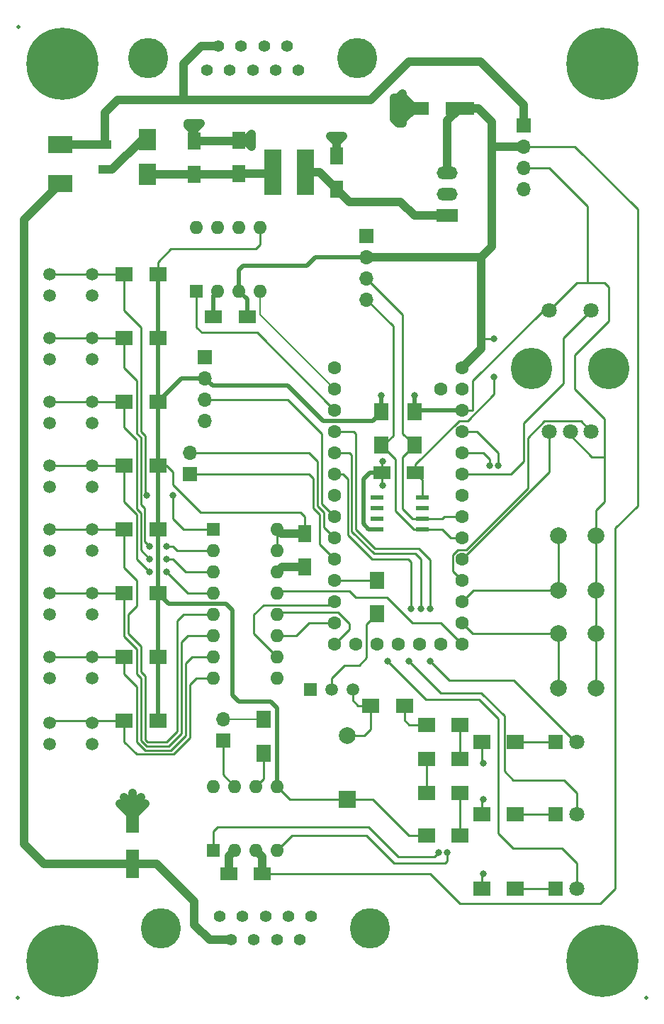
<source format=gbr>
G04 #@! TF.GenerationSoftware,KiCad,Pcbnew,(5.1.9)-1*
G04 #@! TF.CreationDate,2021-01-23T22:17:01+01:00*
G04 #@! TF.ProjectId,SNModule,534e4d6f-6475-46c6-952e-6b696361645f,rev?*
G04 #@! TF.SameCoordinates,Original*
G04 #@! TF.FileFunction,Copper,L1,Top*
G04 #@! TF.FilePolarity,Positive*
%FSLAX46Y46*%
G04 Gerber Fmt 4.6, Leading zero omitted, Abs format (unit mm)*
G04 Created by KiCad (PCBNEW (5.1.9)-1) date 2021-01-23 22:17:01*
%MOMM*%
%LPD*%
G01*
G04 APERTURE LIST*
G04 #@! TA.AperFunction,SMDPad,CuDef*
%ADD10R,1.600000X3.500000*%
G04 #@! TD*
G04 #@! TA.AperFunction,ComponentPad*
%ADD11C,1.500000*%
G04 #@! TD*
G04 #@! TA.AperFunction,ComponentPad*
%ADD12C,1.600000*%
G04 #@! TD*
G04 #@! TA.AperFunction,SMDPad,CuDef*
%ADD13R,1.700000X2.000000*%
G04 #@! TD*
G04 #@! TA.AperFunction,SMDPad,CuDef*
%ADD14C,0.500000*%
G04 #@! TD*
G04 #@! TA.AperFunction,ComponentPad*
%ADD15C,4.800000*%
G04 #@! TD*
G04 #@! TA.AperFunction,ComponentPad*
%ADD16C,1.400000*%
G04 #@! TD*
G04 #@! TA.AperFunction,ComponentPad*
%ADD17C,4.952000*%
G04 #@! TD*
G04 #@! TA.AperFunction,ComponentPad*
%ADD18C,1.800000*%
G04 #@! TD*
G04 #@! TA.AperFunction,ComponentPad*
%ADD19R,1.700000X1.700000*%
G04 #@! TD*
G04 #@! TA.AperFunction,ComponentPad*
%ADD20O,1.700000X1.700000*%
G04 #@! TD*
G04 #@! TA.AperFunction,SMDPad,CuDef*
%ADD21R,2.150000X5.500000*%
G04 #@! TD*
G04 #@! TA.AperFunction,SMDPad,CuDef*
%ADD22R,2.000000X1.700000*%
G04 #@! TD*
G04 #@! TA.AperFunction,SMDPad,CuDef*
%ADD23R,1.550000X0.600000*%
G04 #@! TD*
G04 #@! TA.AperFunction,ComponentPad*
%ADD24R,1.600000X1.600000*%
G04 #@! TD*
G04 #@! TA.AperFunction,ComponentPad*
%ADD25O,1.600000X1.600000*%
G04 #@! TD*
G04 #@! TA.AperFunction,ComponentPad*
%ADD26R,2.500000X1.500000*%
G04 #@! TD*
G04 #@! TA.AperFunction,ComponentPad*
%ADD27O,2.500000X1.500000*%
G04 #@! TD*
G04 #@! TA.AperFunction,ComponentPad*
%ADD28C,2.000000*%
G04 #@! TD*
G04 #@! TA.AperFunction,SMDPad,CuDef*
%ADD29R,2.030000X2.650000*%
G04 #@! TD*
G04 #@! TA.AperFunction,ComponentPad*
%ADD30R,1.800000X1.800000*%
G04 #@! TD*
G04 #@! TA.AperFunction,SMDPad,CuDef*
%ADD31R,1.600000X2.000000*%
G04 #@! TD*
G04 #@! TA.AperFunction,ComponentPad*
%ADD32C,0.900000*%
G04 #@! TD*
G04 #@! TA.AperFunction,ComponentPad*
%ADD33C,8.600000*%
G04 #@! TD*
G04 #@! TA.AperFunction,SMDPad,CuDef*
%ADD34R,1.600000X1.000000*%
G04 #@! TD*
G04 #@! TA.AperFunction,SMDPad,CuDef*
%ADD35R,3.000000X2.000000*%
G04 #@! TD*
G04 #@! TA.AperFunction,ComponentPad*
%ADD36R,2.000000X2.000000*%
G04 #@! TD*
G04 #@! TA.AperFunction,SMDPad,CuDef*
%ADD37R,3.500000X1.600000*%
G04 #@! TD*
G04 #@! TA.AperFunction,SMDPad,CuDef*
%ADD38R,2.000000X1.600000*%
G04 #@! TD*
G04 #@! TA.AperFunction,ComponentPad*
%ADD39R,1.520000X1.520000*%
G04 #@! TD*
G04 #@! TA.AperFunction,ComponentPad*
%ADD40C,1.520000*%
G04 #@! TD*
G04 #@! TA.AperFunction,ViaPad*
%ADD41C,0.800000*%
G04 #@! TD*
G04 #@! TA.AperFunction,Conductor*
%ADD42C,1.000000*%
G04 #@! TD*
G04 #@! TA.AperFunction,Conductor*
%ADD43C,0.500000*%
G04 #@! TD*
G04 #@! TA.AperFunction,Conductor*
%ADD44C,0.250000*%
G04 #@! TD*
G04 #@! TA.AperFunction,Conductor*
%ADD45C,0.200000*%
G04 #@! TD*
G04 APERTURE END LIST*
D10*
X41656000Y-139004000D03*
X41656000Y-133604000D03*
D11*
X36830000Y-124714000D03*
X31750000Y-124714000D03*
X36830000Y-122174000D03*
X31750000Y-122174000D03*
X36830000Y-71120000D03*
X31750000Y-71120000D03*
X36830000Y-68580000D03*
X31750000Y-68580000D03*
X36830000Y-93980000D03*
X31750000Y-93980000D03*
X36830000Y-91440000D03*
X31750000Y-91440000D03*
X36830000Y-86360000D03*
X31750000Y-86360000D03*
X36830000Y-83820000D03*
X31750000Y-83820000D03*
D12*
X65786000Y-79756000D03*
X65786000Y-82296000D03*
X65786000Y-84836000D03*
X65786000Y-87376000D03*
X65786000Y-89916000D03*
X65786000Y-92456000D03*
X65786000Y-94996000D03*
X65786000Y-97536000D03*
X65786000Y-100076000D03*
X65786000Y-102616000D03*
X65786000Y-105156000D03*
X65786000Y-107696000D03*
X65786000Y-110236000D03*
X78486000Y-82296000D03*
X81026000Y-79756000D03*
X81026000Y-82296000D03*
X81026000Y-84836000D03*
X81026000Y-87376000D03*
X81026000Y-89916000D03*
X81026000Y-92456000D03*
X81026000Y-94996000D03*
X81026000Y-97536000D03*
X81026000Y-100076000D03*
X81026000Y-102616000D03*
X81026000Y-105156000D03*
X81026000Y-107696000D03*
X81026000Y-110236000D03*
X65786000Y-112776000D03*
X68326000Y-112776000D03*
X70866000Y-112776000D03*
X81026000Y-112776000D03*
X78486000Y-112776000D03*
X75946000Y-112776000D03*
X73406000Y-112776000D03*
D13*
X70866000Y-109156000D03*
X70866000Y-105156000D03*
D14*
X103000000Y-155000000D03*
X27940000Y-155000000D03*
X28000000Y-39000000D03*
D15*
X45017000Y-146708000D03*
X70007000Y-146708000D03*
D16*
X53402000Y-148128000D03*
X56142000Y-148128000D03*
X58882000Y-148128000D03*
X61622000Y-148128000D03*
X52032000Y-145288000D03*
X54772000Y-145288000D03*
X57512000Y-145288000D03*
X60252000Y-145288000D03*
X62992000Y-145288000D03*
D17*
X98540000Y-79876000D03*
X89340000Y-79876000D03*
D18*
X96440000Y-72876000D03*
X91440000Y-72876000D03*
X93940000Y-87376000D03*
X96440000Y-87376000D03*
X91440000Y-87376000D03*
D19*
X88392000Y-50800000D03*
D20*
X88392000Y-53340000D03*
X88392000Y-55880000D03*
X88392000Y-58420000D03*
D15*
X43493000Y-42776000D03*
X68483000Y-42776000D03*
D16*
X51878000Y-41356000D03*
X54618000Y-41356000D03*
X57358000Y-41356000D03*
X60098000Y-41356000D03*
X50508000Y-44196000D03*
X53248000Y-44196000D03*
X55988000Y-44196000D03*
X58728000Y-44196000D03*
X61468000Y-44196000D03*
D21*
X62270000Y-56388000D03*
X58420000Y-56388000D03*
D22*
X87376000Y-141986000D03*
X83376000Y-141986000D03*
X87376000Y-133096000D03*
X83376000Y-133096000D03*
X87376000Y-124460000D03*
X83376000Y-124460000D03*
X44640000Y-121920000D03*
X40640000Y-121920000D03*
X44640000Y-114300000D03*
X40640000Y-114300000D03*
X44640000Y-106680000D03*
X40640000Y-106680000D03*
X44640000Y-99060000D03*
X40640000Y-99060000D03*
X44640000Y-91440000D03*
X40640000Y-91440000D03*
X44640000Y-83820000D03*
X40640000Y-83820000D03*
X44640000Y-76200000D03*
X40640000Y-76200000D03*
X44640000Y-68580000D03*
X40640000Y-68580000D03*
D13*
X75311000Y-85027000D03*
X75311000Y-89027000D03*
X71374000Y-85027000D03*
X71374000Y-89027000D03*
D11*
X36830000Y-109220000D03*
X31750000Y-109220000D03*
X36830000Y-106680000D03*
X31750000Y-106680000D03*
X36830000Y-116840000D03*
X31750000Y-116840000D03*
X36830000Y-114300000D03*
X31750000Y-114300000D03*
X36830000Y-78740000D03*
X31750000Y-78740000D03*
X36830000Y-76200000D03*
X31750000Y-76200000D03*
X36830000Y-101600000D03*
X31750000Y-101600000D03*
X36830000Y-99060000D03*
X31750000Y-99060000D03*
D13*
X57277000Y-121793000D03*
X57277000Y-125793000D03*
D19*
X52451000Y-124333000D03*
D20*
X52451000Y-121793000D03*
D23*
X70833000Y-95250000D03*
X70833000Y-96520000D03*
X70833000Y-97790000D03*
X70833000Y-99060000D03*
X76233000Y-99060000D03*
X76233000Y-97790000D03*
X76233000Y-96520000D03*
X76233000Y-95250000D03*
D24*
X51308000Y-137414000D03*
D25*
X58928000Y-129794000D03*
X53848000Y-137414000D03*
X56388000Y-129794000D03*
X56388000Y-137414000D03*
X53848000Y-129794000D03*
X58928000Y-137414000D03*
X51308000Y-129794000D03*
D24*
X49276000Y-70612000D03*
D25*
X56896000Y-62992000D03*
X51816000Y-70612000D03*
X54356000Y-62992000D03*
X54356000Y-70612000D03*
X51816000Y-62992000D03*
X56896000Y-70612000D03*
X49276000Y-62992000D03*
D26*
X79248000Y-61595000D03*
D27*
X79248000Y-59055000D03*
X79248000Y-56515000D03*
D24*
X51308000Y-99060000D03*
D25*
X58928000Y-116840000D03*
X51308000Y-101600000D03*
X58928000Y-114300000D03*
X51308000Y-104140000D03*
X58928000Y-111760000D03*
X51308000Y-106680000D03*
X58928000Y-109220000D03*
X51308000Y-109220000D03*
X58928000Y-106680000D03*
X51308000Y-111760000D03*
X58928000Y-104140000D03*
X51308000Y-114300000D03*
X58928000Y-101600000D03*
X51308000Y-116840000D03*
X58928000Y-99060000D03*
D28*
X92528000Y-99822000D03*
X97028000Y-99822000D03*
X92528000Y-106322000D03*
X97028000Y-106322000D03*
X92528000Y-111506000D03*
X97028000Y-111506000D03*
X92528000Y-118006000D03*
X97028000Y-118006000D03*
D19*
X48514000Y-92456000D03*
D20*
X48514000Y-89916000D03*
D19*
X69596000Y-64008000D03*
D20*
X69596000Y-66548000D03*
X69596000Y-69088000D03*
X69596000Y-71628000D03*
D19*
X50292000Y-78486000D03*
D20*
X50292000Y-81026000D03*
X50292000Y-83566000D03*
X50292000Y-86106000D03*
D29*
X43434000Y-56642000D03*
X43434000Y-52462000D03*
D30*
X92202000Y-141986000D03*
D18*
X94742000Y-141986000D03*
D30*
X92202000Y-133096000D03*
D18*
X94742000Y-133096000D03*
D30*
X92202000Y-124460000D03*
D18*
X94742000Y-124460000D03*
D31*
X66040000Y-58420000D03*
X66040000Y-54420000D03*
X49022000Y-56642000D03*
X49022000Y-52642000D03*
X54356000Y-56578000D03*
X54356000Y-52578000D03*
D32*
X100070419Y-41153581D03*
X97790000Y-40209000D03*
X95509581Y-41153581D03*
X94565000Y-43434000D03*
X95509581Y-45714419D03*
X97790000Y-46659000D03*
X100070419Y-45714419D03*
X101015000Y-43434000D03*
D33*
X97790000Y-43434000D03*
X33274000Y-43434000D03*
D32*
X36499000Y-43434000D03*
X35554419Y-45714419D03*
X33274000Y-46659000D03*
X30993581Y-45714419D03*
X30049000Y-43434000D03*
X30993581Y-41153581D03*
X33274000Y-40209000D03*
X35554419Y-41153581D03*
X35554419Y-148341581D03*
X33274000Y-147397000D03*
X30993581Y-148341581D03*
X30049000Y-150622000D03*
X30993581Y-152902419D03*
X33274000Y-153847000D03*
X35554419Y-152902419D03*
X36499000Y-150622000D03*
D33*
X33274000Y-150622000D03*
X97790000Y-150622000D03*
D32*
X101015000Y-150622000D03*
X100070419Y-152902419D03*
X97790000Y-153847000D03*
X95509581Y-152902419D03*
X94565000Y-150622000D03*
X95509581Y-148341581D03*
X97790000Y-147397000D03*
X100070419Y-148341581D03*
D34*
X38354000Y-53086000D03*
X38354000Y-56086000D03*
D35*
X33020000Y-53086000D03*
X33020000Y-57736000D03*
D28*
X67310000Y-123718000D03*
D36*
X67310000Y-131318000D03*
D37*
X75310000Y-48768000D03*
X80710000Y-48768000D03*
D31*
X62230000Y-103568000D03*
X62230000Y-99568000D03*
D38*
X75438000Y-92329000D03*
X71438000Y-92329000D03*
X53150000Y-140208000D03*
X57150000Y-140208000D03*
X55308000Y-73660000D03*
X51308000Y-73660000D03*
D39*
X62865000Y-118237000D03*
D40*
X67945000Y-118237000D03*
X65405000Y-118237000D03*
D22*
X76772000Y-126492000D03*
X80772000Y-126492000D03*
X76772000Y-130556000D03*
X80772000Y-130556000D03*
X76772000Y-122428000D03*
X80772000Y-122428000D03*
X80740000Y-135636000D03*
X76740000Y-135636000D03*
X74104000Y-120142000D03*
X70104000Y-120142000D03*
D41*
X55880000Y-51816000D03*
X55880000Y-53340000D03*
X49784000Y-50546000D03*
X48260000Y-50546000D03*
X65278000Y-52070000D03*
X66802000Y-52070000D03*
X71501000Y-93853000D03*
X71501000Y-90932000D03*
X73914000Y-46990000D03*
X72898000Y-47498000D03*
X72898000Y-48768000D03*
X72898000Y-50038000D03*
X73914000Y-50546000D03*
X83566000Y-127000000D03*
X83566000Y-131318000D03*
X83566000Y-140208000D03*
X42672000Y-131064000D03*
X40640000Y-131064000D03*
X43180000Y-131826000D03*
X40132000Y-131826000D03*
X41656000Y-130556000D03*
X77216000Y-114808000D03*
X77216000Y-108585000D03*
X74676000Y-114808000D03*
X76073000Y-108585000D03*
X72136000Y-114808000D03*
X74930000Y-108585000D03*
X84836000Y-80899000D03*
X84836000Y-76327000D03*
X75311000Y-83058000D03*
X71374000Y-83058000D03*
X85344000Y-91440000D03*
X79248000Y-137668000D03*
X84328000Y-91440000D03*
X78232000Y-137668000D03*
X43339010Y-94996000D03*
X46482000Y-94996000D03*
X43688000Y-101092000D03*
X45720000Y-101092000D03*
X43688000Y-102616000D03*
X45720000Y-102616000D03*
X43688000Y-104140000D03*
X45720000Y-104140000D03*
D42*
X54292000Y-56642000D02*
X54356000Y-56578000D01*
X49022000Y-56642000D02*
X54292000Y-56642000D01*
X43434000Y-56642000D02*
X49022000Y-56642000D01*
X58230000Y-56578000D02*
X58420000Y-56388000D01*
X54356000Y-56578000D02*
X58230000Y-56578000D01*
X49022000Y-52642000D02*
X49022000Y-51562000D01*
X48260000Y-50800000D02*
X48260000Y-50546000D01*
X49022000Y-51562000D02*
X48260000Y-50800000D01*
X49022000Y-51308000D02*
X49784000Y-50546000D01*
X49022000Y-52642000D02*
X49022000Y-51308000D01*
X48260000Y-50546000D02*
X49784000Y-50546000D01*
X55880000Y-51816000D02*
X55880000Y-53340000D01*
X65278000Y-52070000D02*
X66802000Y-52070000D01*
X55880000Y-53340000D02*
X55118000Y-52578000D01*
X55880000Y-51816000D02*
X55118000Y-52578000D01*
X65278000Y-52070000D02*
X66040000Y-52832000D01*
X66802000Y-52070000D02*
X66040000Y-52832000D01*
X66040000Y-52832000D02*
X66040000Y-53912000D01*
D43*
X51308000Y-71120000D02*
X51816000Y-70612000D01*
X51308000Y-73660000D02*
X51308000Y-71120000D01*
X70833000Y-99060000D02*
X69850000Y-99060000D01*
X69850000Y-99060000D02*
X69215000Y-98425000D01*
X69215000Y-98425000D02*
X69215000Y-93091000D01*
X69977000Y-92329000D02*
X71438000Y-92329000D01*
X69215000Y-93091000D02*
X69342000Y-92964000D01*
X61658000Y-104140000D02*
X62230000Y-103568000D01*
X69342000Y-92964000D02*
X69977000Y-92329000D01*
D44*
X71438000Y-93790000D02*
X71501000Y-93853000D01*
X71438000Y-92329000D02*
X71438000Y-93790000D01*
X71438000Y-90995000D02*
X71501000Y-90932000D01*
X71438000Y-92329000D02*
X71438000Y-90995000D01*
D42*
X75310000Y-48768000D02*
X72898000Y-48768000D01*
X74168000Y-48768000D02*
X72898000Y-47498000D01*
X74168000Y-48768000D02*
X72898000Y-50038000D01*
X75310000Y-48768000D02*
X74168000Y-48768000D01*
X73914000Y-47372000D02*
X75310000Y-48768000D01*
X73914000Y-46990000D02*
X73914000Y-47372000D01*
X73914000Y-50164000D02*
X75310000Y-48768000D01*
X73914000Y-50546000D02*
X73914000Y-50164000D01*
X73406000Y-50546000D02*
X72898000Y-50038000D01*
X73914000Y-50546000D02*
X73406000Y-50546000D01*
X72898000Y-50038000D02*
X72898000Y-47498000D01*
X73406000Y-47498000D02*
X73914000Y-46990000D01*
X72898000Y-47498000D02*
X73406000Y-47498000D01*
X54292000Y-52642000D02*
X54356000Y-52578000D01*
X49022000Y-52642000D02*
X54292000Y-52642000D01*
D44*
X83376000Y-126810000D02*
X83566000Y-127000000D01*
X83376000Y-124460000D02*
X83376000Y-126810000D01*
X83376000Y-131508000D02*
X83566000Y-131318000D01*
X83376000Y-133096000D02*
X83376000Y-131508000D01*
X83376000Y-140398000D02*
X83566000Y-140208000D01*
X83376000Y-141986000D02*
X83376000Y-140398000D01*
D42*
X53150000Y-138112000D02*
X53848000Y-137414000D01*
X53150000Y-140208000D02*
X53150000Y-138112000D01*
X59500000Y-103568000D02*
X58928000Y-104140000D01*
X62230000Y-103568000D02*
X59500000Y-103568000D01*
X41656000Y-132080000D02*
X42672000Y-131064000D01*
X41656000Y-133604000D02*
X41656000Y-132080000D01*
X41656000Y-132080000D02*
X40640000Y-131064000D01*
X41656000Y-133604000D02*
X41656000Y-133344000D01*
X41656000Y-133604000D02*
X41604000Y-133604000D01*
X41656000Y-133350000D02*
X43180000Y-131826000D01*
X41656000Y-133604000D02*
X41656000Y-133350000D01*
X41656000Y-133350000D02*
X40132000Y-131826000D01*
X41656000Y-133604000D02*
X41656000Y-130556000D01*
X64008000Y-56388000D02*
X66040000Y-58420000D01*
X62270000Y-56388000D02*
X64008000Y-56388000D01*
X66040000Y-58420000D02*
X67564000Y-59944000D01*
X67564000Y-59944000D02*
X73660000Y-59944000D01*
X75311000Y-61595000D02*
X79248000Y-61595000D01*
X73660000Y-59944000D02*
X75311000Y-61595000D01*
X51878000Y-41356000D02*
X49830000Y-41356000D01*
X47752000Y-43434000D02*
X47752000Y-47752000D01*
X49830000Y-41356000D02*
X47752000Y-43434000D01*
X33020000Y-53086000D02*
X38354000Y-53086000D01*
X38354000Y-53086000D02*
X38354000Y-49276000D01*
X39878000Y-47752000D02*
X47752000Y-47752000D01*
X38354000Y-49276000D02*
X39878000Y-47752000D01*
X70104000Y-47752000D02*
X47752000Y-47752000D01*
X74676000Y-43180000D02*
X70104000Y-47752000D01*
X83185000Y-43180000D02*
X74676000Y-43180000D01*
X88392000Y-48387000D02*
X83185000Y-43180000D01*
X88392000Y-50800000D02*
X88392000Y-48387000D01*
D45*
X56896000Y-73406000D02*
X56896000Y-70612000D01*
X65786000Y-82296000D02*
X56896000Y-73406000D01*
D44*
X49276000Y-70612000D02*
X49276000Y-74930000D01*
X49276000Y-74930000D02*
X49911000Y-75565000D01*
X56515000Y-75565000D02*
X65786000Y-84836000D01*
X49911000Y-75565000D02*
X56515000Y-75565000D01*
X77216000Y-102743000D02*
X77216000Y-108585000D01*
X70612000Y-101346000D02*
X75819000Y-101346000D01*
X68326000Y-99060000D02*
X70612000Y-101346000D01*
X68326000Y-87630000D02*
X68326000Y-99060000D01*
X75819000Y-101346000D02*
X77216000Y-102743000D01*
X68072000Y-87376000D02*
X68326000Y-87630000D01*
X65786000Y-87376000D02*
X68072000Y-87376000D01*
X94587002Y-124460000D02*
X94742000Y-124460000D01*
X87221002Y-117094000D02*
X94587002Y-124460000D01*
X79502000Y-117094000D02*
X87221002Y-117094000D01*
X77216000Y-114808000D02*
X79502000Y-117094000D01*
X76073000Y-102616000D02*
X76073000Y-108585000D01*
X75438000Y-101981000D02*
X76073000Y-102616000D01*
X67818000Y-99314000D02*
X70485000Y-101981000D01*
X67818000Y-90170000D02*
X67818000Y-99314000D01*
X67564000Y-89916000D02*
X67818000Y-90170000D01*
X70485000Y-101981000D02*
X75438000Y-101981000D01*
X65786000Y-89916000D02*
X67564000Y-89916000D01*
X93218000Y-129032000D02*
X94742000Y-130556000D01*
X87122000Y-129032000D02*
X93218000Y-129032000D01*
X86050999Y-127960999D02*
X87122000Y-129032000D01*
X83312000Y-118618000D02*
X86050999Y-121356999D01*
X94742000Y-130556000D02*
X94742000Y-133096000D01*
X78486000Y-118618000D02*
X83312000Y-118618000D01*
X86050999Y-121356999D02*
X86050999Y-127960999D01*
X74676000Y-114808000D02*
X78486000Y-118618000D01*
X66802000Y-92456000D02*
X65786000Y-92456000D01*
X67367990Y-93021990D02*
X66802000Y-92456000D01*
X67367990Y-99752990D02*
X67367990Y-93021990D01*
X70231000Y-102616000D02*
X67367990Y-99752990D01*
X74549000Y-102616000D02*
X70231000Y-102616000D01*
X74930000Y-102997000D02*
X74549000Y-102616000D01*
X74930000Y-108585000D02*
X74930000Y-102997000D01*
X94742000Y-138938000D02*
X94742000Y-141986000D01*
X87122000Y-137160000D02*
X92964000Y-137160000D01*
X92964000Y-137160000D02*
X94742000Y-138938000D01*
X85344000Y-135382000D02*
X87122000Y-137160000D01*
X85344000Y-121666000D02*
X85344000Y-135382000D01*
X83058000Y-119380000D02*
X85344000Y-121666000D01*
X76708000Y-119380000D02*
X83058000Y-119380000D01*
X72136000Y-114808000D02*
X76708000Y-119380000D01*
X88392000Y-90932000D02*
X86868000Y-92456000D01*
X91948000Y-82804000D02*
X88392000Y-86360000D01*
X86868000Y-92456000D02*
X81026000Y-92456000D01*
X88392000Y-86360000D02*
X88392000Y-90932000D01*
X96440000Y-72876000D02*
X93116000Y-76200000D01*
X93116000Y-81636000D02*
X91948000Y-82804000D01*
X93116000Y-76200000D02*
X93116000Y-81636000D01*
X65786000Y-97536000D02*
X64262000Y-96012000D01*
X64262000Y-96012000D02*
X64262000Y-87630000D01*
X64262000Y-87630000D02*
X60198000Y-83566000D01*
X60198000Y-83566000D02*
X50292000Y-83566000D01*
X65786000Y-100076000D02*
X64516000Y-98806000D01*
X64516000Y-98806000D02*
X64516000Y-97028000D01*
X64516000Y-97028000D02*
X63754000Y-96266000D01*
X63754000Y-96266000D02*
X63754000Y-90932000D01*
X62738000Y-89916000D02*
X48514000Y-89916000D01*
X63754000Y-90932000D02*
X62738000Y-89916000D01*
X65786000Y-102616000D02*
X64008000Y-100838000D01*
X64008000Y-100838000D02*
X64008000Y-97282000D01*
X64008000Y-97282000D02*
X63246000Y-96520000D01*
X63246000Y-96520000D02*
X63246000Y-92964000D01*
X62738000Y-92456000D02*
X48514000Y-92456000D01*
X63246000Y-92964000D02*
X62738000Y-92456000D01*
X65786000Y-105156000D02*
X70866000Y-105156000D01*
X65387001Y-108094999D02*
X57259001Y-108094999D01*
X65786000Y-107696000D02*
X65387001Y-108094999D01*
X57259001Y-108094999D02*
X56134000Y-109220000D01*
X56134000Y-111506000D02*
X58928000Y-114300000D01*
X56134000Y-109220000D02*
X56134000Y-111506000D01*
X65786000Y-110236000D02*
X62738000Y-110236000D01*
X61214000Y-111760000D02*
X58928000Y-111760000D01*
X62738000Y-110236000D02*
X61214000Y-111760000D01*
D42*
X84582000Y-53340000D02*
X88392000Y-53340000D01*
X69596000Y-66548000D02*
X83312000Y-66548000D01*
X84582000Y-65278000D02*
X84582000Y-53340000D01*
X83312000Y-66548000D02*
X84582000Y-65278000D01*
X83312000Y-77470000D02*
X81026000Y-79756000D01*
D43*
X69596000Y-66548000D02*
X63500000Y-66548000D01*
X63500000Y-66548000D02*
X62484000Y-67564000D01*
X54356000Y-70612000D02*
X54356000Y-68072000D01*
X54864000Y-67564000D02*
X62484000Y-67564000D01*
X54356000Y-68072000D02*
X54864000Y-67564000D01*
X55308000Y-71564000D02*
X54356000Y-70612000D01*
X55308000Y-73660000D02*
X55308000Y-71564000D01*
D44*
X76233000Y-93124000D02*
X75438000Y-92329000D01*
X76233000Y-95250000D02*
X76233000Y-93124000D01*
X75438000Y-92329000D02*
X75438000Y-91948000D01*
X75438000Y-91298998D02*
X80630998Y-86106000D01*
X75438000Y-91948000D02*
X75438000Y-91298998D01*
X81662410Y-86106000D02*
X84836000Y-82932410D01*
X80630998Y-86106000D02*
X81662410Y-86106000D01*
X84836000Y-82932410D02*
X84836000Y-80899000D01*
X84836000Y-76327000D02*
X83312000Y-76327000D01*
D42*
X83312000Y-76327000D02*
X83312000Y-77470000D01*
X83312000Y-66548000D02*
X83312000Y-76327000D01*
X80710000Y-48768000D02*
X82931000Y-48768000D01*
X84582000Y-50419000D02*
X84582000Y-53340000D01*
X82931000Y-48768000D02*
X84582000Y-50419000D01*
X79248000Y-50230000D02*
X80710000Y-48768000D01*
X79248000Y-56515000D02*
X79248000Y-50230000D01*
D44*
X99314000Y-141986000D02*
X97536000Y-143764000D01*
X99314000Y-98933000D02*
X99314000Y-141986000D01*
X80772000Y-143764000D02*
X77216000Y-140208000D01*
X97536000Y-143764000D02*
X80772000Y-143764000D01*
X101981000Y-96266000D02*
X99314000Y-98933000D01*
X101981000Y-60833000D02*
X101981000Y-96266000D01*
X77216000Y-140208000D02*
X57150000Y-140208000D01*
X94488000Y-53340000D02*
X101981000Y-60833000D01*
X88392000Y-53340000D02*
X94488000Y-53340000D01*
D42*
X57150000Y-138176000D02*
X56388000Y-137414000D01*
X57150000Y-140208000D02*
X57150000Y-138176000D01*
D44*
X97028000Y-118006000D02*
X97028000Y-111506000D01*
X97028000Y-111506000D02*
X97028000Y-106322000D01*
X97028000Y-106322000D02*
X97028000Y-99822000D01*
X88392000Y-55880000D02*
X91440000Y-55880000D01*
X91440000Y-55880000D02*
X96012000Y-60452000D01*
X81026000Y-84836000D02*
X82296000Y-84836000D01*
X82296000Y-84836000D02*
X82296000Y-81280000D01*
X90700000Y-72876000D02*
X91440000Y-72876000D01*
X82296000Y-81280000D02*
X90700000Y-72876000D01*
X96012000Y-60452000D02*
X96012000Y-66040000D01*
X98044000Y-85852000D02*
X98044000Y-89408000D01*
X94488000Y-82296000D02*
X98044000Y-85852000D01*
X98552000Y-74168000D02*
X94488000Y-78232000D01*
X98552000Y-70104000D02*
X98552000Y-74168000D01*
X94488000Y-78232000D02*
X94488000Y-82296000D01*
X96012000Y-66040000D02*
X96012000Y-67564000D01*
X97028000Y-90424000D02*
X96520000Y-90424000D01*
X93940000Y-87844000D02*
X93940000Y-87376000D01*
X96520000Y-90424000D02*
X93940000Y-87844000D01*
X94350000Y-69966000D02*
X91440000Y-72876000D01*
X94720000Y-69596000D02*
X94350000Y-69966000D01*
X96012000Y-69596000D02*
X94720000Y-69596000D01*
X96012000Y-66040000D02*
X96012000Y-69596000D01*
X98044000Y-69596000D02*
X98552000Y-70104000D01*
X96012000Y-69596000D02*
X98044000Y-69596000D01*
X97028000Y-90424000D02*
X98044000Y-90424000D01*
X98044000Y-89408000D02*
X98044000Y-90424000D01*
X97028000Y-97536000D02*
X97028000Y-99822000D01*
X97028000Y-96774000D02*
X97028000Y-97536000D01*
X98044000Y-95758000D02*
X97028000Y-96774000D01*
X98044000Y-90424000D02*
X98044000Y-95758000D01*
D43*
X75502000Y-84836000D02*
X75311000Y-85027000D01*
X81026000Y-84836000D02*
X75502000Y-84836000D01*
X70314999Y-86086001D02*
X64369001Y-86086001D01*
X71374000Y-85027000D02*
X70314999Y-86086001D01*
X64369001Y-86086001D02*
X60198000Y-81915000D01*
X51181000Y-81915000D02*
X50292000Y-81026000D01*
X60198000Y-81915000D02*
X51181000Y-81915000D01*
X75311000Y-85027000D02*
X75311000Y-83058000D01*
X71374000Y-83058000D02*
X71374000Y-85027000D01*
X61722000Y-99060000D02*
X62230000Y-99568000D01*
D44*
X58928000Y-99060000D02*
X58928000Y-101600000D01*
D43*
X44640000Y-68580000D02*
X44640000Y-76200000D01*
X44640000Y-76200000D02*
X44640000Y-83820000D01*
X44640000Y-91440000D02*
X44640000Y-99060000D01*
X44640000Y-99060000D02*
X44640000Y-106680000D01*
X44640000Y-106680000D02*
X44640000Y-114300000D01*
X44640000Y-114300000D02*
X44640000Y-121920000D01*
X47434000Y-81026000D02*
X44640000Y-83820000D01*
X50292000Y-81026000D02*
X47434000Y-81026000D01*
D44*
X56896000Y-65024000D02*
X56896000Y-62992000D01*
X56388000Y-65532000D02*
X56896000Y-65024000D01*
X46228000Y-65532000D02*
X56388000Y-65532000D01*
X44640000Y-67120000D02*
X46228000Y-65532000D01*
X44640000Y-68580000D02*
X44640000Y-67120000D01*
D43*
X44640000Y-83820000D02*
X44640000Y-91440000D01*
D44*
X61722000Y-97028000D02*
X62230000Y-97536000D01*
X49784000Y-97028000D02*
X61722000Y-97028000D01*
X46482000Y-93726000D02*
X49784000Y-97028000D01*
X46482000Y-92202000D02*
X46482000Y-93726000D01*
X45720000Y-91440000D02*
X46482000Y-92202000D01*
X44640000Y-91440000D02*
X45720000Y-91440000D01*
X62230000Y-97536000D02*
X62230000Y-99568000D01*
D42*
X59436000Y-99568000D02*
X58928000Y-99060000D01*
X62230000Y-99568000D02*
X59436000Y-99568000D01*
D44*
X76740000Y-135636000D02*
X74676000Y-135636000D01*
X70358000Y-131318000D02*
X67310000Y-131318000D01*
X74676000Y-135636000D02*
X70358000Y-131318000D01*
X60452000Y-131318000D02*
X58928000Y-129794000D01*
X67310000Y-131318000D02*
X60452000Y-131318000D01*
D43*
X58928000Y-120396000D02*
X58928000Y-129794000D01*
X54356000Y-119634000D02*
X58166000Y-119634000D01*
X58166000Y-119634000D02*
X58928000Y-120396000D01*
X53594000Y-118872000D02*
X54356000Y-119634000D01*
X53594000Y-108751998D02*
X53594000Y-118872000D01*
X52812001Y-107969999D02*
X53594000Y-108751998D01*
X45929999Y-107969999D02*
X52812001Y-107969999D01*
X44640000Y-106680000D02*
X45929999Y-107969999D01*
D44*
X81026000Y-87376000D02*
X82804000Y-87376000D01*
X85344000Y-89916000D02*
X82804000Y-87376000D01*
X85344000Y-91440000D02*
X85344000Y-89916000D01*
X60706000Y-135636000D02*
X58928000Y-137414000D01*
X69596000Y-135636000D02*
X60706000Y-135636000D01*
X72898000Y-138938000D02*
X69596000Y-135636000D01*
X78994000Y-138938000D02*
X72898000Y-138938000D01*
X79248000Y-138684000D02*
X78994000Y-138938000D01*
X79248000Y-137668000D02*
X79248000Y-138684000D01*
X84328000Y-91440000D02*
X84328000Y-90678000D01*
X83566000Y-89916000D02*
X81026000Y-89916000D01*
X84328000Y-90678000D02*
X83566000Y-89916000D01*
X77724000Y-138176000D02*
X78232000Y-137668000D01*
X73406000Y-138176000D02*
X77724000Y-138176000D01*
X69850000Y-134620000D02*
X73406000Y-138176000D01*
X51816000Y-134620000D02*
X69850000Y-134620000D01*
X51308000Y-135128000D02*
X51816000Y-134620000D01*
X51308000Y-137414000D02*
X51308000Y-135128000D01*
X78867000Y-97536000D02*
X81026000Y-97536000D01*
X78613000Y-97790000D02*
X78867000Y-97536000D01*
X76233000Y-97790000D02*
X78613000Y-97790000D01*
X76233000Y-97790000D02*
X75057000Y-97790000D01*
X75057000Y-97790000D02*
X73914000Y-96647000D01*
X73914000Y-90424000D02*
X75311000Y-89027000D01*
X73914000Y-96647000D02*
X73914000Y-90424000D01*
X73914000Y-73406000D02*
X69596000Y-69088000D01*
X73914000Y-87630000D02*
X73914000Y-73406000D01*
X75311000Y-89027000D02*
X73914000Y-87630000D01*
X76233000Y-99060000D02*
X78613000Y-99060000D01*
X78613000Y-99060000D02*
X79629000Y-100076000D01*
X79629000Y-100076000D02*
X81026000Y-100076000D01*
X75208000Y-99060000D02*
X73025000Y-96877000D01*
X76233000Y-99060000D02*
X75208000Y-99060000D01*
X73025000Y-90678000D02*
X71374000Y-89027000D01*
X73025000Y-96877000D02*
X73025000Y-90678000D01*
X72771000Y-74803000D02*
X69596000Y-71628000D01*
X71628000Y-89027000D02*
X72771000Y-87884000D01*
X72771000Y-87884000D02*
X72771000Y-74803000D01*
X71374000Y-89027000D02*
X71628000Y-89027000D01*
X92528000Y-106322000D02*
X92528000Y-99822000D01*
X82400000Y-106322000D02*
X81026000Y-107696000D01*
X92528000Y-106322000D02*
X82400000Y-106322000D01*
X92528000Y-118006000D02*
X92528000Y-111506000D01*
X82296000Y-111506000D02*
X81026000Y-110236000D01*
X92528000Y-111506000D02*
X82296000Y-111506000D01*
X79900999Y-104030999D02*
X81026000Y-105156000D01*
X79900999Y-102075999D02*
X79900999Y-104030999D01*
X81514591Y-101490999D02*
X80485999Y-101490999D01*
X88842010Y-94163580D02*
X81514591Y-101490999D01*
X88842010Y-88160988D02*
X88842010Y-94163580D01*
X90851999Y-86150999D02*
X88842010Y-88160988D01*
X80485999Y-101490999D02*
X79900999Y-102075999D01*
X95214999Y-86150999D02*
X90851999Y-86150999D01*
X96440000Y-87376000D02*
X95214999Y-86150999D01*
X91440000Y-92202000D02*
X81026000Y-102616000D01*
X91440000Y-87376000D02*
X91440000Y-92202000D01*
X59182000Y-108966000D02*
X58928000Y-109220000D01*
X66181002Y-108966000D02*
X59182000Y-108966000D01*
X67564000Y-110348998D02*
X66181002Y-108966000D01*
X67564000Y-110998000D02*
X67564000Y-110348998D01*
X65786000Y-112776000D02*
X67564000Y-110998000D01*
X59182000Y-106426000D02*
X58928000Y-106680000D01*
X67564000Y-106426000D02*
X59182000Y-106426000D01*
X68326000Y-107188000D02*
X67564000Y-106426000D01*
X75057000Y-110236000D02*
X72009000Y-107188000D01*
X78486000Y-110236000D02*
X75057000Y-110236000D01*
X72009000Y-107188000D02*
X68326000Y-107188000D01*
X81026000Y-112776000D02*
X78486000Y-110236000D01*
X87376000Y-124460000D02*
X92202000Y-124460000D01*
X87376000Y-133096000D02*
X92202000Y-133096000D01*
X87376000Y-141986000D02*
X92202000Y-141986000D01*
D45*
X57277000Y-121793000D02*
X52451000Y-121793000D01*
D44*
X31750000Y-68580000D02*
X36830000Y-68580000D01*
X36830000Y-68580000D02*
X40640000Y-68580000D01*
X40640000Y-68580000D02*
X40640000Y-72898000D01*
X40640000Y-72898000D02*
X42672000Y-74930000D01*
X42672000Y-74930000D02*
X42672000Y-86106000D01*
X42672000Y-86106000D02*
X42672000Y-87376000D01*
X42672000Y-87376000D02*
X43180000Y-87884000D01*
X43180000Y-94836990D02*
X43339010Y-94996000D01*
X43180000Y-87884000D02*
X43180000Y-94836990D01*
X46482000Y-94996000D02*
X46482000Y-97790000D01*
X47752000Y-99060000D02*
X51308000Y-99060000D01*
X46482000Y-97790000D02*
X47752000Y-99060000D01*
X40640000Y-76200000D02*
X36830000Y-76200000D01*
X31750000Y-76200000D02*
X36830000Y-76200000D01*
X45720000Y-101092000D02*
X46482000Y-101092000D01*
X46990000Y-101600000D02*
X51308000Y-101600000D01*
X46482000Y-101092000D02*
X46990000Y-101600000D01*
X43064019Y-100468019D02*
X43688000Y-101092000D01*
X43064019Y-96520000D02*
X43064019Y-100468019D01*
X42614010Y-96069991D02*
X43064019Y-96520000D01*
X42164000Y-87630000D02*
X42614010Y-88080010D01*
X42164000Y-81280000D02*
X42164000Y-87630000D01*
X40640000Y-79756000D02*
X42164000Y-81280000D01*
X42614010Y-88080010D02*
X42614010Y-96069991D01*
X40640000Y-76200000D02*
X40640000Y-79756000D01*
X40640000Y-83820000D02*
X36830000Y-83820000D01*
X31750000Y-83820000D02*
X36830000Y-83820000D01*
X42614010Y-97095600D02*
X42614010Y-100076000D01*
X42164000Y-96645590D02*
X42614010Y-97095600D01*
X42164000Y-88392000D02*
X42164000Y-96645590D01*
X40640000Y-86868000D02*
X42164000Y-88392000D01*
X40640000Y-83820000D02*
X40640000Y-86868000D01*
X42614010Y-101542010D02*
X43688000Y-102616000D01*
X42614010Y-100076000D02*
X42614010Y-101542010D01*
X45720000Y-102616000D02*
X46482000Y-102616000D01*
X48006000Y-104140000D02*
X51308000Y-104140000D01*
X46482000Y-102616000D02*
X48006000Y-104140000D01*
X42164000Y-97282000D02*
X42164000Y-100076000D01*
X40640000Y-95758000D02*
X42164000Y-97282000D01*
X40640000Y-91440000D02*
X40640000Y-95758000D01*
X42164000Y-100076000D02*
X42164000Y-102165002D01*
X42164000Y-102616000D02*
X43688000Y-104140000D01*
X42164000Y-102165002D02*
X42164000Y-102616000D01*
X45720000Y-104140000D02*
X48260000Y-106680000D01*
X48260000Y-106680000D02*
X51308000Y-106680000D01*
X40640000Y-91440000D02*
X36830000Y-91440000D01*
X31750000Y-91440000D02*
X36830000Y-91440000D01*
X40640000Y-99060000D02*
X36830000Y-99060000D01*
X31750000Y-99060000D02*
X36830000Y-99060000D01*
X40640000Y-99060000D02*
X40640000Y-101600000D01*
X41148000Y-111506000D02*
X41148000Y-109220000D01*
X42672000Y-116078000D02*
X42672000Y-113030000D01*
X43434000Y-124460000D02*
X43180000Y-124206000D01*
X45720000Y-124460000D02*
X43434000Y-124460000D01*
X42672000Y-113030000D02*
X41148000Y-111506000D01*
X43180000Y-116586000D02*
X42672000Y-116078000D01*
X46990000Y-123190000D02*
X45720000Y-124460000D01*
X46990000Y-109982000D02*
X46990000Y-123190000D01*
X47752000Y-109220000D02*
X46990000Y-109982000D01*
X43180000Y-124206000D02*
X43180000Y-116586000D01*
X51308000Y-109220000D02*
X47752000Y-109220000D01*
X41148000Y-109220000D02*
X42164000Y-108204000D01*
X42164000Y-108204000D02*
X42164000Y-105156000D01*
X42164000Y-105156000D02*
X40640000Y-103632000D01*
X40640000Y-103632000D02*
X40640000Y-101600000D01*
X40640000Y-106680000D02*
X36830000Y-106680000D01*
X31750000Y-106680000D02*
X36830000Y-106680000D01*
X40640000Y-106680000D02*
X40640000Y-108204000D01*
X48260000Y-111760000D02*
X51308000Y-111760000D01*
X47498000Y-112522000D02*
X48260000Y-111760000D01*
X47498000Y-123444000D02*
X47498000Y-112522000D01*
X45974000Y-124968000D02*
X47498000Y-123444000D01*
X43305590Y-124968000D02*
X45974000Y-124968000D01*
X42672000Y-124334410D02*
X43305590Y-124968000D01*
X42672000Y-117094000D02*
X42672000Y-124334410D01*
X42672000Y-117094000D02*
X42672000Y-116840000D01*
X42672000Y-116840000D02*
X42164000Y-116332000D01*
X42164000Y-113388998D02*
X40640000Y-111864998D01*
X42164000Y-116332000D02*
X42164000Y-113388998D01*
X40640000Y-111864998D02*
X40640000Y-108204000D01*
X40640000Y-114300000D02*
X36830000Y-114300000D01*
X31750000Y-114300000D02*
X36830000Y-114300000D01*
X48006000Y-115062000D02*
X48768000Y-114300000D01*
X46228000Y-125476000D02*
X48006000Y-123698000D01*
X43177180Y-125476000D02*
X46228000Y-125476000D01*
X42221991Y-124520811D02*
X43177180Y-125476000D01*
X42221990Y-124517990D02*
X42221991Y-124520811D01*
X48006000Y-123698000D02*
X48006000Y-115062000D01*
X42164000Y-124460000D02*
X42221990Y-124517990D01*
X42164000Y-117856000D02*
X42164000Y-124460000D01*
X48768000Y-114300000D02*
X51308000Y-114300000D01*
X40640000Y-116332000D02*
X42164000Y-117856000D01*
X40640000Y-114300000D02*
X40640000Y-116332000D01*
X40640000Y-121920000D02*
X36830000Y-121920000D01*
X36830000Y-121920000D02*
X31750000Y-121920000D01*
X49276000Y-116840000D02*
X51308000Y-116840000D01*
X48514000Y-117602000D02*
X49276000Y-116840000D01*
X48514000Y-123952000D02*
X48514000Y-117602000D01*
X46539990Y-125926010D02*
X48514000Y-123952000D01*
X42106010Y-125926010D02*
X46539990Y-125926010D01*
X40640000Y-124460000D02*
X42106010Y-125926010D01*
X40640000Y-121920000D02*
X40640000Y-124460000D01*
X52451000Y-128397000D02*
X53848000Y-129794000D01*
X52451000Y-124333000D02*
X52451000Y-128397000D01*
X57277000Y-128905000D02*
X56388000Y-129794000D01*
X57277000Y-125793000D02*
X57277000Y-128905000D01*
D42*
X43434000Y-52462000D02*
X42788000Y-52462000D01*
X39164000Y-56086000D02*
X38354000Y-56086000D01*
X42788000Y-52462000D02*
X39164000Y-56086000D01*
D44*
X67945000Y-118237000D02*
X67945000Y-119507000D01*
X68580000Y-120142000D02*
X70104000Y-120142000D01*
X67945000Y-119507000D02*
X68580000Y-120142000D01*
X67310000Y-123718000D02*
X69322000Y-123718000D01*
X70104000Y-122936000D02*
X70104000Y-120142000D01*
X69322000Y-123718000D02*
X70104000Y-122936000D01*
X70866000Y-109156000D02*
X69596000Y-110426000D01*
X65405000Y-118237000D02*
X65405000Y-116840000D01*
X65405000Y-116840000D02*
X66929000Y-115316000D01*
X68707000Y-115316000D02*
X69596000Y-114427000D01*
X66929000Y-115316000D02*
X68707000Y-115316000D01*
X69596000Y-110426000D02*
X69596000Y-114427000D01*
X76772000Y-126492000D02*
X76772000Y-130556000D01*
X80772000Y-122428000D02*
X80772000Y-126492000D01*
X80772000Y-135604000D02*
X80740000Y-135636000D01*
X80772000Y-130556000D02*
X80772000Y-135604000D01*
X74104000Y-120142000D02*
X74104000Y-121856000D01*
X74676000Y-122428000D02*
X76772000Y-122428000D01*
X74104000Y-121856000D02*
X74676000Y-122428000D01*
D42*
X33020000Y-57736000D02*
X32688000Y-57736000D01*
X49022000Y-146304000D02*
X49022000Y-143510000D01*
X50846000Y-148128000D02*
X49022000Y-146304000D01*
X53402000Y-148128000D02*
X50846000Y-148128000D01*
X31054000Y-139004000D02*
X41656000Y-139004000D01*
X28702000Y-136652000D02*
X31054000Y-139004000D01*
X28702000Y-62054000D02*
X28702000Y-136652000D01*
X33020000Y-57736000D02*
X28702000Y-62054000D01*
X44516000Y-139004000D02*
X49022000Y-143510000D01*
X41656000Y-139004000D02*
X44516000Y-139004000D01*
M02*

</source>
